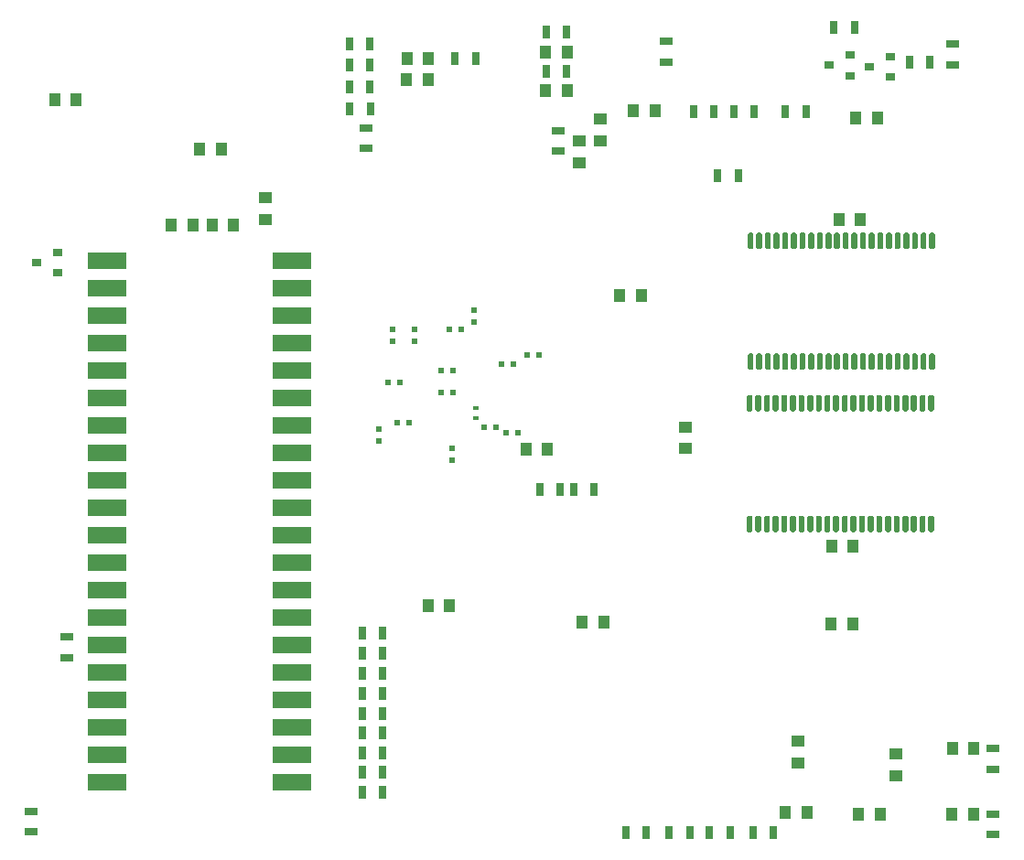
<source format=gbp>
%TF.GenerationSoftware,KiCad,Pcbnew,(5.1.10)-1*%
%TF.CreationDate,2021-08-17T18:14:56+01:00*%
%TF.ProjectId,blit-cpu-mk3,626c6974-2d63-4707-952d-6d6b332e6b69,3.03*%
%TF.SameCoordinates,Original*%
%TF.FileFunction,Paste,Bot*%
%TF.FilePolarity,Positive*%
%FSLAX46Y46*%
G04 Gerber Fmt 4.6, Leading zero omitted, Abs format (unit mm)*
G04 Created by KiCad (PCBNEW (5.1.10)-1) date 2021-08-17 18:14:56*
%MOMM*%
%LPD*%
G01*
G04 APERTURE LIST*
%ADD10R,3.600000X1.600000*%
%ADD11R,0.700000X1.300000*%
%ADD12R,1.300000X0.700000*%
%ADD13R,0.600000X0.400000*%
%ADD14R,1.000000X1.250000*%
%ADD15R,1.250000X1.000000*%
%ADD16R,0.900000X0.800000*%
%ADD17R,0.600000X0.500000*%
%ADD18R,0.500000X0.600000*%
G04 APERTURE END LIST*
D10*
X54148000Y-45366000D03*
X37038000Y-93626000D03*
X54148000Y-47906000D03*
X37038000Y-91086000D03*
X54148000Y-50446000D03*
X37038000Y-88546000D03*
X54148000Y-52986000D03*
X37038000Y-86006000D03*
X54148000Y-55526000D03*
X37038000Y-83466000D03*
X54148000Y-58066000D03*
X37038000Y-80926000D03*
X54148000Y-60606000D03*
X37038000Y-78386000D03*
X54148000Y-63146000D03*
X37038000Y-75846000D03*
X54148000Y-65686000D03*
X37038000Y-73306000D03*
X54148000Y-68226000D03*
X37038000Y-70766000D03*
X54148000Y-70766000D03*
X37038000Y-68226000D03*
X54148000Y-73306000D03*
X37038000Y-65686000D03*
X54148000Y-75846000D03*
X37038000Y-63146000D03*
X54148000Y-78386000D03*
X37038000Y-60606000D03*
X54148000Y-80926000D03*
X37038000Y-58066000D03*
X54148000Y-83466000D03*
X37038000Y-55526000D03*
X54148000Y-86006000D03*
X37038000Y-52986000D03*
X54148000Y-88546000D03*
X37038000Y-50446000D03*
X54148000Y-91086000D03*
X37038000Y-47906000D03*
X54148000Y-93626000D03*
X37038000Y-45366000D03*
D11*
X77100000Y-66500000D03*
X79000000Y-66500000D03*
D12*
X30050000Y-98200000D03*
X30050000Y-96300000D03*
X33350000Y-80150000D03*
X33350000Y-82050000D03*
D11*
X82100000Y-66500000D03*
X80200000Y-66500000D03*
D13*
X71200000Y-59900000D03*
X71200000Y-59000000D03*
D14*
X83000000Y-78750000D03*
X81000000Y-78750000D03*
D12*
X119000000Y-98450000D03*
X119000000Y-96550000D03*
X119000000Y-92400000D03*
X119000000Y-90500000D03*
D11*
X95450000Y-37500000D03*
X93550000Y-37500000D03*
X93200000Y-31500000D03*
X91300000Y-31500000D03*
X59475000Y-25250000D03*
X61375000Y-25250000D03*
X71150000Y-26600000D03*
X69250000Y-26600000D03*
X59475000Y-27250000D03*
X61375000Y-27250000D03*
X59475000Y-29250000D03*
X61375000Y-29250000D03*
X61400000Y-31250000D03*
X59500000Y-31250000D03*
D12*
X61050000Y-33050000D03*
X61050000Y-34950000D03*
D11*
X79550000Y-27800000D03*
X77650000Y-27800000D03*
X79549500Y-24200000D03*
X77649500Y-24200000D03*
D12*
X78750000Y-35200000D03*
X78750000Y-33300000D03*
D11*
X106200000Y-23750000D03*
X104300000Y-23750000D03*
D12*
X115250000Y-27200000D03*
X115250000Y-25300000D03*
D11*
X113200000Y-27000000D03*
X111300000Y-27000000D03*
D12*
X88750000Y-26950000D03*
X88750000Y-25050000D03*
D11*
X95050000Y-31500000D03*
X96950000Y-31500000D03*
X101700000Y-31500000D03*
X99800000Y-31500000D03*
X96800000Y-98250000D03*
X98700000Y-98250000D03*
X92800000Y-98250000D03*
X94700000Y-98250000D03*
X89050000Y-98250000D03*
X90950000Y-98250000D03*
X85050000Y-98250000D03*
X86950000Y-98250000D03*
X60648600Y-79825800D03*
X62548600Y-79825800D03*
X60648600Y-81680000D03*
X62548600Y-81680000D03*
X60648600Y-83534200D03*
X62548600Y-83534200D03*
X60648600Y-85388400D03*
X62548600Y-85388400D03*
X60648600Y-87217200D03*
X62548600Y-87217200D03*
X60648600Y-89046000D03*
X62548600Y-89046000D03*
X60648600Y-90874800D03*
X62548600Y-90874800D03*
X60648600Y-92703600D03*
X62548600Y-92703600D03*
X60674000Y-94532400D03*
X62574000Y-94532400D03*
D15*
X101000000Y-89800000D03*
X101000000Y-91800000D03*
D14*
X108600000Y-96600000D03*
X106600000Y-96600000D03*
X117200000Y-96600000D03*
X115200000Y-96600000D03*
X117250000Y-90500000D03*
X115250000Y-90500000D03*
X68750000Y-77250000D03*
X66750000Y-77250000D03*
X86500000Y-48570000D03*
X84500000Y-48570000D03*
X99800000Y-96400000D03*
X101800000Y-96400000D03*
D15*
X110000000Y-93000000D03*
X110000000Y-91000000D03*
X82670000Y-32250000D03*
X82670000Y-34250000D03*
D14*
X87730000Y-31440000D03*
X85730000Y-31440000D03*
X64800000Y-26600000D03*
X66800000Y-26600000D03*
X79600000Y-29600000D03*
X77600000Y-29600000D03*
X79600000Y-26000000D03*
X77600000Y-26000000D03*
X45600000Y-34990000D03*
X47600000Y-34990000D03*
D15*
X51720000Y-39520000D03*
X51720000Y-41520000D03*
D14*
X43000000Y-42000000D03*
X45000000Y-42000000D03*
X48750000Y-42000000D03*
X46750000Y-42000000D03*
D15*
X80750000Y-36250000D03*
X80750000Y-34250000D03*
D14*
X104750000Y-41500000D03*
X106750000Y-41500000D03*
X106070000Y-71750000D03*
X104070000Y-71750000D03*
X104030000Y-78930000D03*
X106030000Y-78930000D03*
D15*
X90580000Y-62720000D03*
X90580000Y-60720000D03*
D14*
X75800000Y-62800000D03*
X77800000Y-62800000D03*
D16*
X32500000Y-44550000D03*
X32500000Y-46450000D03*
X30500000Y-45500000D03*
D17*
X67920000Y-57550000D03*
X69020000Y-57550000D03*
X69060000Y-55460000D03*
X67960000Y-55460000D03*
G36*
G01*
X96452500Y-42750000D02*
X96727500Y-42750000D01*
G75*
G02*
X96865000Y-42887500I0J-137500D01*
G01*
X96865000Y-44137500D01*
G75*
G02*
X96727500Y-44275000I-137500J0D01*
G01*
X96452500Y-44275000D01*
G75*
G02*
X96315000Y-44137500I0J137500D01*
G01*
X96315000Y-42887500D01*
G75*
G02*
X96452500Y-42750000I137500J0D01*
G01*
G37*
G36*
G01*
X97252500Y-42750000D02*
X97527500Y-42750000D01*
G75*
G02*
X97665000Y-42887500I0J-137500D01*
G01*
X97665000Y-44137500D01*
G75*
G02*
X97527500Y-44275000I-137500J0D01*
G01*
X97252500Y-44275000D01*
G75*
G02*
X97115000Y-44137500I0J137500D01*
G01*
X97115000Y-42887500D01*
G75*
G02*
X97252500Y-42750000I137500J0D01*
G01*
G37*
G36*
G01*
X98052500Y-42750000D02*
X98327500Y-42750000D01*
G75*
G02*
X98465000Y-42887500I0J-137500D01*
G01*
X98465000Y-44137500D01*
G75*
G02*
X98327500Y-44275000I-137500J0D01*
G01*
X98052500Y-44275000D01*
G75*
G02*
X97915000Y-44137500I0J137500D01*
G01*
X97915000Y-42887500D01*
G75*
G02*
X98052500Y-42750000I137500J0D01*
G01*
G37*
G36*
G01*
X98852500Y-42750000D02*
X99127500Y-42750000D01*
G75*
G02*
X99265000Y-42887500I0J-137500D01*
G01*
X99265000Y-44137500D01*
G75*
G02*
X99127500Y-44275000I-137500J0D01*
G01*
X98852500Y-44275000D01*
G75*
G02*
X98715000Y-44137500I0J137500D01*
G01*
X98715000Y-42887500D01*
G75*
G02*
X98852500Y-42750000I137500J0D01*
G01*
G37*
G36*
G01*
X99652500Y-42750000D02*
X99927500Y-42750000D01*
G75*
G02*
X100065000Y-42887500I0J-137500D01*
G01*
X100065000Y-44137500D01*
G75*
G02*
X99927500Y-44275000I-137500J0D01*
G01*
X99652500Y-44275000D01*
G75*
G02*
X99515000Y-44137500I0J137500D01*
G01*
X99515000Y-42887500D01*
G75*
G02*
X99652500Y-42750000I137500J0D01*
G01*
G37*
G36*
G01*
X100452500Y-42750000D02*
X100727500Y-42750000D01*
G75*
G02*
X100865000Y-42887500I0J-137500D01*
G01*
X100865000Y-44137500D01*
G75*
G02*
X100727500Y-44275000I-137500J0D01*
G01*
X100452500Y-44275000D01*
G75*
G02*
X100315000Y-44137500I0J137500D01*
G01*
X100315000Y-42887500D01*
G75*
G02*
X100452500Y-42750000I137500J0D01*
G01*
G37*
G36*
G01*
X101252500Y-42750000D02*
X101527500Y-42750000D01*
G75*
G02*
X101665000Y-42887500I0J-137500D01*
G01*
X101665000Y-44137500D01*
G75*
G02*
X101527500Y-44275000I-137500J0D01*
G01*
X101252500Y-44275000D01*
G75*
G02*
X101115000Y-44137500I0J137500D01*
G01*
X101115000Y-42887500D01*
G75*
G02*
X101252500Y-42750000I137500J0D01*
G01*
G37*
G36*
G01*
X102052500Y-42750000D02*
X102327500Y-42750000D01*
G75*
G02*
X102465000Y-42887500I0J-137500D01*
G01*
X102465000Y-44137500D01*
G75*
G02*
X102327500Y-44275000I-137500J0D01*
G01*
X102052500Y-44275000D01*
G75*
G02*
X101915000Y-44137500I0J137500D01*
G01*
X101915000Y-42887500D01*
G75*
G02*
X102052500Y-42750000I137500J0D01*
G01*
G37*
G36*
G01*
X102852500Y-42750000D02*
X103127500Y-42750000D01*
G75*
G02*
X103265000Y-42887500I0J-137500D01*
G01*
X103265000Y-44137500D01*
G75*
G02*
X103127500Y-44275000I-137500J0D01*
G01*
X102852500Y-44275000D01*
G75*
G02*
X102715000Y-44137500I0J137500D01*
G01*
X102715000Y-42887500D01*
G75*
G02*
X102852500Y-42750000I137500J0D01*
G01*
G37*
G36*
G01*
X103652500Y-42750000D02*
X103927500Y-42750000D01*
G75*
G02*
X104065000Y-42887500I0J-137500D01*
G01*
X104065000Y-44137500D01*
G75*
G02*
X103927500Y-44275000I-137500J0D01*
G01*
X103652500Y-44275000D01*
G75*
G02*
X103515000Y-44137500I0J137500D01*
G01*
X103515000Y-42887500D01*
G75*
G02*
X103652500Y-42750000I137500J0D01*
G01*
G37*
G36*
G01*
X104452500Y-42750000D02*
X104727500Y-42750000D01*
G75*
G02*
X104865000Y-42887500I0J-137500D01*
G01*
X104865000Y-44137500D01*
G75*
G02*
X104727500Y-44275000I-137500J0D01*
G01*
X104452500Y-44275000D01*
G75*
G02*
X104315000Y-44137500I0J137500D01*
G01*
X104315000Y-42887500D01*
G75*
G02*
X104452500Y-42750000I137500J0D01*
G01*
G37*
G36*
G01*
X105252500Y-42750000D02*
X105527500Y-42750000D01*
G75*
G02*
X105665000Y-42887500I0J-137500D01*
G01*
X105665000Y-44137500D01*
G75*
G02*
X105527500Y-44275000I-137500J0D01*
G01*
X105252500Y-44275000D01*
G75*
G02*
X105115000Y-44137500I0J137500D01*
G01*
X105115000Y-42887500D01*
G75*
G02*
X105252500Y-42750000I137500J0D01*
G01*
G37*
G36*
G01*
X106052500Y-42750000D02*
X106327500Y-42750000D01*
G75*
G02*
X106465000Y-42887500I0J-137500D01*
G01*
X106465000Y-44137500D01*
G75*
G02*
X106327500Y-44275000I-137500J0D01*
G01*
X106052500Y-44275000D01*
G75*
G02*
X105915000Y-44137500I0J137500D01*
G01*
X105915000Y-42887500D01*
G75*
G02*
X106052500Y-42750000I137500J0D01*
G01*
G37*
G36*
G01*
X106852500Y-42750000D02*
X107127500Y-42750000D01*
G75*
G02*
X107265000Y-42887500I0J-137500D01*
G01*
X107265000Y-44137500D01*
G75*
G02*
X107127500Y-44275000I-137500J0D01*
G01*
X106852500Y-44275000D01*
G75*
G02*
X106715000Y-44137500I0J137500D01*
G01*
X106715000Y-42887500D01*
G75*
G02*
X106852500Y-42750000I137500J0D01*
G01*
G37*
G36*
G01*
X107652500Y-42750000D02*
X107927500Y-42750000D01*
G75*
G02*
X108065000Y-42887500I0J-137500D01*
G01*
X108065000Y-44137500D01*
G75*
G02*
X107927500Y-44275000I-137500J0D01*
G01*
X107652500Y-44275000D01*
G75*
G02*
X107515000Y-44137500I0J137500D01*
G01*
X107515000Y-42887500D01*
G75*
G02*
X107652500Y-42750000I137500J0D01*
G01*
G37*
G36*
G01*
X108452500Y-42750000D02*
X108727500Y-42750000D01*
G75*
G02*
X108865000Y-42887500I0J-137500D01*
G01*
X108865000Y-44137500D01*
G75*
G02*
X108727500Y-44275000I-137500J0D01*
G01*
X108452500Y-44275000D01*
G75*
G02*
X108315000Y-44137500I0J137500D01*
G01*
X108315000Y-42887500D01*
G75*
G02*
X108452500Y-42750000I137500J0D01*
G01*
G37*
G36*
G01*
X109252500Y-42750000D02*
X109527500Y-42750000D01*
G75*
G02*
X109665000Y-42887500I0J-137500D01*
G01*
X109665000Y-44137500D01*
G75*
G02*
X109527500Y-44275000I-137500J0D01*
G01*
X109252500Y-44275000D01*
G75*
G02*
X109115000Y-44137500I0J137500D01*
G01*
X109115000Y-42887500D01*
G75*
G02*
X109252500Y-42750000I137500J0D01*
G01*
G37*
G36*
G01*
X110052500Y-42750000D02*
X110327500Y-42750000D01*
G75*
G02*
X110465000Y-42887500I0J-137500D01*
G01*
X110465000Y-44137500D01*
G75*
G02*
X110327500Y-44275000I-137500J0D01*
G01*
X110052500Y-44275000D01*
G75*
G02*
X109915000Y-44137500I0J137500D01*
G01*
X109915000Y-42887500D01*
G75*
G02*
X110052500Y-42750000I137500J0D01*
G01*
G37*
G36*
G01*
X110852500Y-42750000D02*
X111127500Y-42750000D01*
G75*
G02*
X111265000Y-42887500I0J-137500D01*
G01*
X111265000Y-44137500D01*
G75*
G02*
X111127500Y-44275000I-137500J0D01*
G01*
X110852500Y-44275000D01*
G75*
G02*
X110715000Y-44137500I0J137500D01*
G01*
X110715000Y-42887500D01*
G75*
G02*
X110852500Y-42750000I137500J0D01*
G01*
G37*
G36*
G01*
X111652500Y-42750000D02*
X111927500Y-42750000D01*
G75*
G02*
X112065000Y-42887500I0J-137500D01*
G01*
X112065000Y-44137500D01*
G75*
G02*
X111927500Y-44275000I-137500J0D01*
G01*
X111652500Y-44275000D01*
G75*
G02*
X111515000Y-44137500I0J137500D01*
G01*
X111515000Y-42887500D01*
G75*
G02*
X111652500Y-42750000I137500J0D01*
G01*
G37*
G36*
G01*
X112452500Y-42750000D02*
X112727500Y-42750000D01*
G75*
G02*
X112865000Y-42887500I0J-137500D01*
G01*
X112865000Y-44137500D01*
G75*
G02*
X112727500Y-44275000I-137500J0D01*
G01*
X112452500Y-44275000D01*
G75*
G02*
X112315000Y-44137500I0J137500D01*
G01*
X112315000Y-42887500D01*
G75*
G02*
X112452500Y-42750000I137500J0D01*
G01*
G37*
G36*
G01*
X113252500Y-42750000D02*
X113527500Y-42750000D01*
G75*
G02*
X113665000Y-42887500I0J-137500D01*
G01*
X113665000Y-44137500D01*
G75*
G02*
X113527500Y-44275000I-137500J0D01*
G01*
X113252500Y-44275000D01*
G75*
G02*
X113115000Y-44137500I0J137500D01*
G01*
X113115000Y-42887500D01*
G75*
G02*
X113252500Y-42750000I137500J0D01*
G01*
G37*
G36*
G01*
X113252500Y-53925000D02*
X113527500Y-53925000D01*
G75*
G02*
X113665000Y-54062500I0J-137500D01*
G01*
X113665000Y-55312500D01*
G75*
G02*
X113527500Y-55450000I-137500J0D01*
G01*
X113252500Y-55450000D01*
G75*
G02*
X113115000Y-55312500I0J137500D01*
G01*
X113115000Y-54062500D01*
G75*
G02*
X113252500Y-53925000I137500J0D01*
G01*
G37*
G36*
G01*
X112452500Y-53925000D02*
X112727500Y-53925000D01*
G75*
G02*
X112865000Y-54062500I0J-137500D01*
G01*
X112865000Y-55312500D01*
G75*
G02*
X112727500Y-55450000I-137500J0D01*
G01*
X112452500Y-55450000D01*
G75*
G02*
X112315000Y-55312500I0J137500D01*
G01*
X112315000Y-54062500D01*
G75*
G02*
X112452500Y-53925000I137500J0D01*
G01*
G37*
G36*
G01*
X111652500Y-53925000D02*
X111927500Y-53925000D01*
G75*
G02*
X112065000Y-54062500I0J-137500D01*
G01*
X112065000Y-55312500D01*
G75*
G02*
X111927500Y-55450000I-137500J0D01*
G01*
X111652500Y-55450000D01*
G75*
G02*
X111515000Y-55312500I0J137500D01*
G01*
X111515000Y-54062500D01*
G75*
G02*
X111652500Y-53925000I137500J0D01*
G01*
G37*
G36*
G01*
X110852500Y-53925000D02*
X111127500Y-53925000D01*
G75*
G02*
X111265000Y-54062500I0J-137500D01*
G01*
X111265000Y-55312500D01*
G75*
G02*
X111127500Y-55450000I-137500J0D01*
G01*
X110852500Y-55450000D01*
G75*
G02*
X110715000Y-55312500I0J137500D01*
G01*
X110715000Y-54062500D01*
G75*
G02*
X110852500Y-53925000I137500J0D01*
G01*
G37*
G36*
G01*
X110052500Y-53925000D02*
X110327500Y-53925000D01*
G75*
G02*
X110465000Y-54062500I0J-137500D01*
G01*
X110465000Y-55312500D01*
G75*
G02*
X110327500Y-55450000I-137500J0D01*
G01*
X110052500Y-55450000D01*
G75*
G02*
X109915000Y-55312500I0J137500D01*
G01*
X109915000Y-54062500D01*
G75*
G02*
X110052500Y-53925000I137500J0D01*
G01*
G37*
G36*
G01*
X109252500Y-53925000D02*
X109527500Y-53925000D01*
G75*
G02*
X109665000Y-54062500I0J-137500D01*
G01*
X109665000Y-55312500D01*
G75*
G02*
X109527500Y-55450000I-137500J0D01*
G01*
X109252500Y-55450000D01*
G75*
G02*
X109115000Y-55312500I0J137500D01*
G01*
X109115000Y-54062500D01*
G75*
G02*
X109252500Y-53925000I137500J0D01*
G01*
G37*
G36*
G01*
X108452500Y-53925000D02*
X108727500Y-53925000D01*
G75*
G02*
X108865000Y-54062500I0J-137500D01*
G01*
X108865000Y-55312500D01*
G75*
G02*
X108727500Y-55450000I-137500J0D01*
G01*
X108452500Y-55450000D01*
G75*
G02*
X108315000Y-55312500I0J137500D01*
G01*
X108315000Y-54062500D01*
G75*
G02*
X108452500Y-53925000I137500J0D01*
G01*
G37*
G36*
G01*
X107652500Y-53925000D02*
X107927500Y-53925000D01*
G75*
G02*
X108065000Y-54062500I0J-137500D01*
G01*
X108065000Y-55312500D01*
G75*
G02*
X107927500Y-55450000I-137500J0D01*
G01*
X107652500Y-55450000D01*
G75*
G02*
X107515000Y-55312500I0J137500D01*
G01*
X107515000Y-54062500D01*
G75*
G02*
X107652500Y-53925000I137500J0D01*
G01*
G37*
G36*
G01*
X106852500Y-53925000D02*
X107127500Y-53925000D01*
G75*
G02*
X107265000Y-54062500I0J-137500D01*
G01*
X107265000Y-55312500D01*
G75*
G02*
X107127500Y-55450000I-137500J0D01*
G01*
X106852500Y-55450000D01*
G75*
G02*
X106715000Y-55312500I0J137500D01*
G01*
X106715000Y-54062500D01*
G75*
G02*
X106852500Y-53925000I137500J0D01*
G01*
G37*
G36*
G01*
X106052500Y-53925000D02*
X106327500Y-53925000D01*
G75*
G02*
X106465000Y-54062500I0J-137500D01*
G01*
X106465000Y-55312500D01*
G75*
G02*
X106327500Y-55450000I-137500J0D01*
G01*
X106052500Y-55450000D01*
G75*
G02*
X105915000Y-55312500I0J137500D01*
G01*
X105915000Y-54062500D01*
G75*
G02*
X106052500Y-53925000I137500J0D01*
G01*
G37*
G36*
G01*
X105252500Y-53925000D02*
X105527500Y-53925000D01*
G75*
G02*
X105665000Y-54062500I0J-137500D01*
G01*
X105665000Y-55312500D01*
G75*
G02*
X105527500Y-55450000I-137500J0D01*
G01*
X105252500Y-55450000D01*
G75*
G02*
X105115000Y-55312500I0J137500D01*
G01*
X105115000Y-54062500D01*
G75*
G02*
X105252500Y-53925000I137500J0D01*
G01*
G37*
G36*
G01*
X104452500Y-53925000D02*
X104727500Y-53925000D01*
G75*
G02*
X104865000Y-54062500I0J-137500D01*
G01*
X104865000Y-55312500D01*
G75*
G02*
X104727500Y-55450000I-137500J0D01*
G01*
X104452500Y-55450000D01*
G75*
G02*
X104315000Y-55312500I0J137500D01*
G01*
X104315000Y-54062500D01*
G75*
G02*
X104452500Y-53925000I137500J0D01*
G01*
G37*
G36*
G01*
X103652500Y-53925000D02*
X103927500Y-53925000D01*
G75*
G02*
X104065000Y-54062500I0J-137500D01*
G01*
X104065000Y-55312500D01*
G75*
G02*
X103927500Y-55450000I-137500J0D01*
G01*
X103652500Y-55450000D01*
G75*
G02*
X103515000Y-55312500I0J137500D01*
G01*
X103515000Y-54062500D01*
G75*
G02*
X103652500Y-53925000I137500J0D01*
G01*
G37*
G36*
G01*
X102852500Y-53925000D02*
X103127500Y-53925000D01*
G75*
G02*
X103265000Y-54062500I0J-137500D01*
G01*
X103265000Y-55312500D01*
G75*
G02*
X103127500Y-55450000I-137500J0D01*
G01*
X102852500Y-55450000D01*
G75*
G02*
X102715000Y-55312500I0J137500D01*
G01*
X102715000Y-54062500D01*
G75*
G02*
X102852500Y-53925000I137500J0D01*
G01*
G37*
G36*
G01*
X102052500Y-53925000D02*
X102327500Y-53925000D01*
G75*
G02*
X102465000Y-54062500I0J-137500D01*
G01*
X102465000Y-55312500D01*
G75*
G02*
X102327500Y-55450000I-137500J0D01*
G01*
X102052500Y-55450000D01*
G75*
G02*
X101915000Y-55312500I0J137500D01*
G01*
X101915000Y-54062500D01*
G75*
G02*
X102052500Y-53925000I137500J0D01*
G01*
G37*
G36*
G01*
X101252500Y-53925000D02*
X101527500Y-53925000D01*
G75*
G02*
X101665000Y-54062500I0J-137500D01*
G01*
X101665000Y-55312500D01*
G75*
G02*
X101527500Y-55450000I-137500J0D01*
G01*
X101252500Y-55450000D01*
G75*
G02*
X101115000Y-55312500I0J137500D01*
G01*
X101115000Y-54062500D01*
G75*
G02*
X101252500Y-53925000I137500J0D01*
G01*
G37*
G36*
G01*
X100452500Y-53925000D02*
X100727500Y-53925000D01*
G75*
G02*
X100865000Y-54062500I0J-137500D01*
G01*
X100865000Y-55312500D01*
G75*
G02*
X100727500Y-55450000I-137500J0D01*
G01*
X100452500Y-55450000D01*
G75*
G02*
X100315000Y-55312500I0J137500D01*
G01*
X100315000Y-54062500D01*
G75*
G02*
X100452500Y-53925000I137500J0D01*
G01*
G37*
G36*
G01*
X99652500Y-53925000D02*
X99927500Y-53925000D01*
G75*
G02*
X100065000Y-54062500I0J-137500D01*
G01*
X100065000Y-55312500D01*
G75*
G02*
X99927500Y-55450000I-137500J0D01*
G01*
X99652500Y-55450000D01*
G75*
G02*
X99515000Y-55312500I0J137500D01*
G01*
X99515000Y-54062500D01*
G75*
G02*
X99652500Y-53925000I137500J0D01*
G01*
G37*
G36*
G01*
X98852500Y-53925000D02*
X99127500Y-53925000D01*
G75*
G02*
X99265000Y-54062500I0J-137500D01*
G01*
X99265000Y-55312500D01*
G75*
G02*
X99127500Y-55450000I-137500J0D01*
G01*
X98852500Y-55450000D01*
G75*
G02*
X98715000Y-55312500I0J137500D01*
G01*
X98715000Y-54062500D01*
G75*
G02*
X98852500Y-53925000I137500J0D01*
G01*
G37*
G36*
G01*
X98052500Y-53925000D02*
X98327500Y-53925000D01*
G75*
G02*
X98465000Y-54062500I0J-137500D01*
G01*
X98465000Y-55312500D01*
G75*
G02*
X98327500Y-55450000I-137500J0D01*
G01*
X98052500Y-55450000D01*
G75*
G02*
X97915000Y-55312500I0J137500D01*
G01*
X97915000Y-54062500D01*
G75*
G02*
X98052500Y-53925000I137500J0D01*
G01*
G37*
G36*
G01*
X97252500Y-53925000D02*
X97527500Y-53925000D01*
G75*
G02*
X97665000Y-54062500I0J-137500D01*
G01*
X97665000Y-55312500D01*
G75*
G02*
X97527500Y-55450000I-137500J0D01*
G01*
X97252500Y-55450000D01*
G75*
G02*
X97115000Y-55312500I0J137500D01*
G01*
X97115000Y-54062500D01*
G75*
G02*
X97252500Y-53925000I137500J0D01*
G01*
G37*
G36*
G01*
X96452500Y-53925000D02*
X96727500Y-53925000D01*
G75*
G02*
X96865000Y-54062500I0J-137500D01*
G01*
X96865000Y-55312500D01*
G75*
G02*
X96727500Y-55450000I-137500J0D01*
G01*
X96452500Y-55450000D01*
G75*
G02*
X96315000Y-55312500I0J137500D01*
G01*
X96315000Y-54062500D01*
G75*
G02*
X96452500Y-53925000I137500J0D01*
G01*
G37*
G36*
G01*
X96362500Y-57750000D02*
X96637500Y-57750000D01*
G75*
G02*
X96775000Y-57887500I0J-137500D01*
G01*
X96775000Y-59137500D01*
G75*
G02*
X96637500Y-59275000I-137500J0D01*
G01*
X96362500Y-59275000D01*
G75*
G02*
X96225000Y-59137500I0J137500D01*
G01*
X96225000Y-57887500D01*
G75*
G02*
X96362500Y-57750000I137500J0D01*
G01*
G37*
G36*
G01*
X97162500Y-57750000D02*
X97437500Y-57750000D01*
G75*
G02*
X97575000Y-57887500I0J-137500D01*
G01*
X97575000Y-59137500D01*
G75*
G02*
X97437500Y-59275000I-137500J0D01*
G01*
X97162500Y-59275000D01*
G75*
G02*
X97025000Y-59137500I0J137500D01*
G01*
X97025000Y-57887500D01*
G75*
G02*
X97162500Y-57750000I137500J0D01*
G01*
G37*
G36*
G01*
X97962500Y-57750000D02*
X98237500Y-57750000D01*
G75*
G02*
X98375000Y-57887500I0J-137500D01*
G01*
X98375000Y-59137500D01*
G75*
G02*
X98237500Y-59275000I-137500J0D01*
G01*
X97962500Y-59275000D01*
G75*
G02*
X97825000Y-59137500I0J137500D01*
G01*
X97825000Y-57887500D01*
G75*
G02*
X97962500Y-57750000I137500J0D01*
G01*
G37*
G36*
G01*
X98762500Y-57750000D02*
X99037500Y-57750000D01*
G75*
G02*
X99175000Y-57887500I0J-137500D01*
G01*
X99175000Y-59137500D01*
G75*
G02*
X99037500Y-59275000I-137500J0D01*
G01*
X98762500Y-59275000D01*
G75*
G02*
X98625000Y-59137500I0J137500D01*
G01*
X98625000Y-57887500D01*
G75*
G02*
X98762500Y-57750000I137500J0D01*
G01*
G37*
G36*
G01*
X99562500Y-57750000D02*
X99837500Y-57750000D01*
G75*
G02*
X99975000Y-57887500I0J-137500D01*
G01*
X99975000Y-59137500D01*
G75*
G02*
X99837500Y-59275000I-137500J0D01*
G01*
X99562500Y-59275000D01*
G75*
G02*
X99425000Y-59137500I0J137500D01*
G01*
X99425000Y-57887500D01*
G75*
G02*
X99562500Y-57750000I137500J0D01*
G01*
G37*
G36*
G01*
X100362500Y-57750000D02*
X100637500Y-57750000D01*
G75*
G02*
X100775000Y-57887500I0J-137500D01*
G01*
X100775000Y-59137500D01*
G75*
G02*
X100637500Y-59275000I-137500J0D01*
G01*
X100362500Y-59275000D01*
G75*
G02*
X100225000Y-59137500I0J137500D01*
G01*
X100225000Y-57887500D01*
G75*
G02*
X100362500Y-57750000I137500J0D01*
G01*
G37*
G36*
G01*
X101162500Y-57750000D02*
X101437500Y-57750000D01*
G75*
G02*
X101575000Y-57887500I0J-137500D01*
G01*
X101575000Y-59137500D01*
G75*
G02*
X101437500Y-59275000I-137500J0D01*
G01*
X101162500Y-59275000D01*
G75*
G02*
X101025000Y-59137500I0J137500D01*
G01*
X101025000Y-57887500D01*
G75*
G02*
X101162500Y-57750000I137500J0D01*
G01*
G37*
G36*
G01*
X101962500Y-57750000D02*
X102237500Y-57750000D01*
G75*
G02*
X102375000Y-57887500I0J-137500D01*
G01*
X102375000Y-59137500D01*
G75*
G02*
X102237500Y-59275000I-137500J0D01*
G01*
X101962500Y-59275000D01*
G75*
G02*
X101825000Y-59137500I0J137500D01*
G01*
X101825000Y-57887500D01*
G75*
G02*
X101962500Y-57750000I137500J0D01*
G01*
G37*
G36*
G01*
X102762500Y-57750000D02*
X103037500Y-57750000D01*
G75*
G02*
X103175000Y-57887500I0J-137500D01*
G01*
X103175000Y-59137500D01*
G75*
G02*
X103037500Y-59275000I-137500J0D01*
G01*
X102762500Y-59275000D01*
G75*
G02*
X102625000Y-59137500I0J137500D01*
G01*
X102625000Y-57887500D01*
G75*
G02*
X102762500Y-57750000I137500J0D01*
G01*
G37*
G36*
G01*
X103562500Y-57750000D02*
X103837500Y-57750000D01*
G75*
G02*
X103975000Y-57887500I0J-137500D01*
G01*
X103975000Y-59137500D01*
G75*
G02*
X103837500Y-59275000I-137500J0D01*
G01*
X103562500Y-59275000D01*
G75*
G02*
X103425000Y-59137500I0J137500D01*
G01*
X103425000Y-57887500D01*
G75*
G02*
X103562500Y-57750000I137500J0D01*
G01*
G37*
G36*
G01*
X104362500Y-57750000D02*
X104637500Y-57750000D01*
G75*
G02*
X104775000Y-57887500I0J-137500D01*
G01*
X104775000Y-59137500D01*
G75*
G02*
X104637500Y-59275000I-137500J0D01*
G01*
X104362500Y-59275000D01*
G75*
G02*
X104225000Y-59137500I0J137500D01*
G01*
X104225000Y-57887500D01*
G75*
G02*
X104362500Y-57750000I137500J0D01*
G01*
G37*
G36*
G01*
X105162500Y-57750000D02*
X105437500Y-57750000D01*
G75*
G02*
X105575000Y-57887500I0J-137500D01*
G01*
X105575000Y-59137500D01*
G75*
G02*
X105437500Y-59275000I-137500J0D01*
G01*
X105162500Y-59275000D01*
G75*
G02*
X105025000Y-59137500I0J137500D01*
G01*
X105025000Y-57887500D01*
G75*
G02*
X105162500Y-57750000I137500J0D01*
G01*
G37*
G36*
G01*
X105962500Y-57750000D02*
X106237500Y-57750000D01*
G75*
G02*
X106375000Y-57887500I0J-137500D01*
G01*
X106375000Y-59137500D01*
G75*
G02*
X106237500Y-59275000I-137500J0D01*
G01*
X105962500Y-59275000D01*
G75*
G02*
X105825000Y-59137500I0J137500D01*
G01*
X105825000Y-57887500D01*
G75*
G02*
X105962500Y-57750000I137500J0D01*
G01*
G37*
G36*
G01*
X106762500Y-57750000D02*
X107037500Y-57750000D01*
G75*
G02*
X107175000Y-57887500I0J-137500D01*
G01*
X107175000Y-59137500D01*
G75*
G02*
X107037500Y-59275000I-137500J0D01*
G01*
X106762500Y-59275000D01*
G75*
G02*
X106625000Y-59137500I0J137500D01*
G01*
X106625000Y-57887500D01*
G75*
G02*
X106762500Y-57750000I137500J0D01*
G01*
G37*
G36*
G01*
X107562500Y-57750000D02*
X107837500Y-57750000D01*
G75*
G02*
X107975000Y-57887500I0J-137500D01*
G01*
X107975000Y-59137500D01*
G75*
G02*
X107837500Y-59275000I-137500J0D01*
G01*
X107562500Y-59275000D01*
G75*
G02*
X107425000Y-59137500I0J137500D01*
G01*
X107425000Y-57887500D01*
G75*
G02*
X107562500Y-57750000I137500J0D01*
G01*
G37*
G36*
G01*
X108362500Y-57750000D02*
X108637500Y-57750000D01*
G75*
G02*
X108775000Y-57887500I0J-137500D01*
G01*
X108775000Y-59137500D01*
G75*
G02*
X108637500Y-59275000I-137500J0D01*
G01*
X108362500Y-59275000D01*
G75*
G02*
X108225000Y-59137500I0J137500D01*
G01*
X108225000Y-57887500D01*
G75*
G02*
X108362500Y-57750000I137500J0D01*
G01*
G37*
G36*
G01*
X109162500Y-57750000D02*
X109437500Y-57750000D01*
G75*
G02*
X109575000Y-57887500I0J-137500D01*
G01*
X109575000Y-59137500D01*
G75*
G02*
X109437500Y-59275000I-137500J0D01*
G01*
X109162500Y-59275000D01*
G75*
G02*
X109025000Y-59137500I0J137500D01*
G01*
X109025000Y-57887500D01*
G75*
G02*
X109162500Y-57750000I137500J0D01*
G01*
G37*
G36*
G01*
X109962500Y-57750000D02*
X110237500Y-57750000D01*
G75*
G02*
X110375000Y-57887500I0J-137500D01*
G01*
X110375000Y-59137500D01*
G75*
G02*
X110237500Y-59275000I-137500J0D01*
G01*
X109962500Y-59275000D01*
G75*
G02*
X109825000Y-59137500I0J137500D01*
G01*
X109825000Y-57887500D01*
G75*
G02*
X109962500Y-57750000I137500J0D01*
G01*
G37*
G36*
G01*
X110762500Y-57750000D02*
X111037500Y-57750000D01*
G75*
G02*
X111175000Y-57887500I0J-137500D01*
G01*
X111175000Y-59137500D01*
G75*
G02*
X111037500Y-59275000I-137500J0D01*
G01*
X110762500Y-59275000D01*
G75*
G02*
X110625000Y-59137500I0J137500D01*
G01*
X110625000Y-57887500D01*
G75*
G02*
X110762500Y-57750000I137500J0D01*
G01*
G37*
G36*
G01*
X111562500Y-57750000D02*
X111837500Y-57750000D01*
G75*
G02*
X111975000Y-57887500I0J-137500D01*
G01*
X111975000Y-59137500D01*
G75*
G02*
X111837500Y-59275000I-137500J0D01*
G01*
X111562500Y-59275000D01*
G75*
G02*
X111425000Y-59137500I0J137500D01*
G01*
X111425000Y-57887500D01*
G75*
G02*
X111562500Y-57750000I137500J0D01*
G01*
G37*
G36*
G01*
X112362500Y-57750000D02*
X112637500Y-57750000D01*
G75*
G02*
X112775000Y-57887500I0J-137500D01*
G01*
X112775000Y-59137500D01*
G75*
G02*
X112637500Y-59275000I-137500J0D01*
G01*
X112362500Y-59275000D01*
G75*
G02*
X112225000Y-59137500I0J137500D01*
G01*
X112225000Y-57887500D01*
G75*
G02*
X112362500Y-57750000I137500J0D01*
G01*
G37*
G36*
G01*
X113162500Y-57750000D02*
X113437500Y-57750000D01*
G75*
G02*
X113575000Y-57887500I0J-137500D01*
G01*
X113575000Y-59137500D01*
G75*
G02*
X113437500Y-59275000I-137500J0D01*
G01*
X113162500Y-59275000D01*
G75*
G02*
X113025000Y-59137500I0J137500D01*
G01*
X113025000Y-57887500D01*
G75*
G02*
X113162500Y-57750000I137500J0D01*
G01*
G37*
G36*
G01*
X113162500Y-68925000D02*
X113437500Y-68925000D01*
G75*
G02*
X113575000Y-69062500I0J-137500D01*
G01*
X113575000Y-70312500D01*
G75*
G02*
X113437500Y-70450000I-137500J0D01*
G01*
X113162500Y-70450000D01*
G75*
G02*
X113025000Y-70312500I0J137500D01*
G01*
X113025000Y-69062500D01*
G75*
G02*
X113162500Y-68925000I137500J0D01*
G01*
G37*
G36*
G01*
X112362500Y-68925000D02*
X112637500Y-68925000D01*
G75*
G02*
X112775000Y-69062500I0J-137500D01*
G01*
X112775000Y-70312500D01*
G75*
G02*
X112637500Y-70450000I-137500J0D01*
G01*
X112362500Y-70450000D01*
G75*
G02*
X112225000Y-70312500I0J137500D01*
G01*
X112225000Y-69062500D01*
G75*
G02*
X112362500Y-68925000I137500J0D01*
G01*
G37*
G36*
G01*
X111562500Y-68925000D02*
X111837500Y-68925000D01*
G75*
G02*
X111975000Y-69062500I0J-137500D01*
G01*
X111975000Y-70312500D01*
G75*
G02*
X111837500Y-70450000I-137500J0D01*
G01*
X111562500Y-70450000D01*
G75*
G02*
X111425000Y-70312500I0J137500D01*
G01*
X111425000Y-69062500D01*
G75*
G02*
X111562500Y-68925000I137500J0D01*
G01*
G37*
G36*
G01*
X110762500Y-68925000D02*
X111037500Y-68925000D01*
G75*
G02*
X111175000Y-69062500I0J-137500D01*
G01*
X111175000Y-70312500D01*
G75*
G02*
X111037500Y-70450000I-137500J0D01*
G01*
X110762500Y-70450000D01*
G75*
G02*
X110625000Y-70312500I0J137500D01*
G01*
X110625000Y-69062500D01*
G75*
G02*
X110762500Y-68925000I137500J0D01*
G01*
G37*
G36*
G01*
X109962500Y-68925000D02*
X110237500Y-68925000D01*
G75*
G02*
X110375000Y-69062500I0J-137500D01*
G01*
X110375000Y-70312500D01*
G75*
G02*
X110237500Y-70450000I-137500J0D01*
G01*
X109962500Y-70450000D01*
G75*
G02*
X109825000Y-70312500I0J137500D01*
G01*
X109825000Y-69062500D01*
G75*
G02*
X109962500Y-68925000I137500J0D01*
G01*
G37*
G36*
G01*
X109162500Y-68925000D02*
X109437500Y-68925000D01*
G75*
G02*
X109575000Y-69062500I0J-137500D01*
G01*
X109575000Y-70312500D01*
G75*
G02*
X109437500Y-70450000I-137500J0D01*
G01*
X109162500Y-70450000D01*
G75*
G02*
X109025000Y-70312500I0J137500D01*
G01*
X109025000Y-69062500D01*
G75*
G02*
X109162500Y-68925000I137500J0D01*
G01*
G37*
G36*
G01*
X108362500Y-68925000D02*
X108637500Y-68925000D01*
G75*
G02*
X108775000Y-69062500I0J-137500D01*
G01*
X108775000Y-70312500D01*
G75*
G02*
X108637500Y-70450000I-137500J0D01*
G01*
X108362500Y-70450000D01*
G75*
G02*
X108225000Y-70312500I0J137500D01*
G01*
X108225000Y-69062500D01*
G75*
G02*
X108362500Y-68925000I137500J0D01*
G01*
G37*
G36*
G01*
X107562500Y-68925000D02*
X107837500Y-68925000D01*
G75*
G02*
X107975000Y-69062500I0J-137500D01*
G01*
X107975000Y-70312500D01*
G75*
G02*
X107837500Y-70450000I-137500J0D01*
G01*
X107562500Y-70450000D01*
G75*
G02*
X107425000Y-70312500I0J137500D01*
G01*
X107425000Y-69062500D01*
G75*
G02*
X107562500Y-68925000I137500J0D01*
G01*
G37*
G36*
G01*
X106762500Y-68925000D02*
X107037500Y-68925000D01*
G75*
G02*
X107175000Y-69062500I0J-137500D01*
G01*
X107175000Y-70312500D01*
G75*
G02*
X107037500Y-70450000I-137500J0D01*
G01*
X106762500Y-70450000D01*
G75*
G02*
X106625000Y-70312500I0J137500D01*
G01*
X106625000Y-69062500D01*
G75*
G02*
X106762500Y-68925000I137500J0D01*
G01*
G37*
G36*
G01*
X105962500Y-68925000D02*
X106237500Y-68925000D01*
G75*
G02*
X106375000Y-69062500I0J-137500D01*
G01*
X106375000Y-70312500D01*
G75*
G02*
X106237500Y-70450000I-137500J0D01*
G01*
X105962500Y-70450000D01*
G75*
G02*
X105825000Y-70312500I0J137500D01*
G01*
X105825000Y-69062500D01*
G75*
G02*
X105962500Y-68925000I137500J0D01*
G01*
G37*
G36*
G01*
X105162500Y-68925000D02*
X105437500Y-68925000D01*
G75*
G02*
X105575000Y-69062500I0J-137500D01*
G01*
X105575000Y-70312500D01*
G75*
G02*
X105437500Y-70450000I-137500J0D01*
G01*
X105162500Y-70450000D01*
G75*
G02*
X105025000Y-70312500I0J137500D01*
G01*
X105025000Y-69062500D01*
G75*
G02*
X105162500Y-68925000I137500J0D01*
G01*
G37*
G36*
G01*
X104362500Y-68925000D02*
X104637500Y-68925000D01*
G75*
G02*
X104775000Y-69062500I0J-137500D01*
G01*
X104775000Y-70312500D01*
G75*
G02*
X104637500Y-70450000I-137500J0D01*
G01*
X104362500Y-70450000D01*
G75*
G02*
X104225000Y-70312500I0J137500D01*
G01*
X104225000Y-69062500D01*
G75*
G02*
X104362500Y-68925000I137500J0D01*
G01*
G37*
G36*
G01*
X103562500Y-68925000D02*
X103837500Y-68925000D01*
G75*
G02*
X103975000Y-69062500I0J-137500D01*
G01*
X103975000Y-70312500D01*
G75*
G02*
X103837500Y-70450000I-137500J0D01*
G01*
X103562500Y-70450000D01*
G75*
G02*
X103425000Y-70312500I0J137500D01*
G01*
X103425000Y-69062500D01*
G75*
G02*
X103562500Y-68925000I137500J0D01*
G01*
G37*
G36*
G01*
X102762500Y-68925000D02*
X103037500Y-68925000D01*
G75*
G02*
X103175000Y-69062500I0J-137500D01*
G01*
X103175000Y-70312500D01*
G75*
G02*
X103037500Y-70450000I-137500J0D01*
G01*
X102762500Y-70450000D01*
G75*
G02*
X102625000Y-70312500I0J137500D01*
G01*
X102625000Y-69062500D01*
G75*
G02*
X102762500Y-68925000I137500J0D01*
G01*
G37*
G36*
G01*
X101962500Y-68925000D02*
X102237500Y-68925000D01*
G75*
G02*
X102375000Y-69062500I0J-137500D01*
G01*
X102375000Y-70312500D01*
G75*
G02*
X102237500Y-70450000I-137500J0D01*
G01*
X101962500Y-70450000D01*
G75*
G02*
X101825000Y-70312500I0J137500D01*
G01*
X101825000Y-69062500D01*
G75*
G02*
X101962500Y-68925000I137500J0D01*
G01*
G37*
G36*
G01*
X101162500Y-68925000D02*
X101437500Y-68925000D01*
G75*
G02*
X101575000Y-69062500I0J-137500D01*
G01*
X101575000Y-70312500D01*
G75*
G02*
X101437500Y-70450000I-137500J0D01*
G01*
X101162500Y-70450000D01*
G75*
G02*
X101025000Y-70312500I0J137500D01*
G01*
X101025000Y-69062500D01*
G75*
G02*
X101162500Y-68925000I137500J0D01*
G01*
G37*
G36*
G01*
X100362500Y-68925000D02*
X100637500Y-68925000D01*
G75*
G02*
X100775000Y-69062500I0J-137500D01*
G01*
X100775000Y-70312500D01*
G75*
G02*
X100637500Y-70450000I-137500J0D01*
G01*
X100362500Y-70450000D01*
G75*
G02*
X100225000Y-70312500I0J137500D01*
G01*
X100225000Y-69062500D01*
G75*
G02*
X100362500Y-68925000I137500J0D01*
G01*
G37*
G36*
G01*
X99562500Y-68925000D02*
X99837500Y-68925000D01*
G75*
G02*
X99975000Y-69062500I0J-137500D01*
G01*
X99975000Y-70312500D01*
G75*
G02*
X99837500Y-70450000I-137500J0D01*
G01*
X99562500Y-70450000D01*
G75*
G02*
X99425000Y-70312500I0J137500D01*
G01*
X99425000Y-69062500D01*
G75*
G02*
X99562500Y-68925000I137500J0D01*
G01*
G37*
G36*
G01*
X98762500Y-68925000D02*
X99037500Y-68925000D01*
G75*
G02*
X99175000Y-69062500I0J-137500D01*
G01*
X99175000Y-70312500D01*
G75*
G02*
X99037500Y-70450000I-137500J0D01*
G01*
X98762500Y-70450000D01*
G75*
G02*
X98625000Y-70312500I0J137500D01*
G01*
X98625000Y-69062500D01*
G75*
G02*
X98762500Y-68925000I137500J0D01*
G01*
G37*
G36*
G01*
X97962500Y-68925000D02*
X98237500Y-68925000D01*
G75*
G02*
X98375000Y-69062500I0J-137500D01*
G01*
X98375000Y-70312500D01*
G75*
G02*
X98237500Y-70450000I-137500J0D01*
G01*
X97962500Y-70450000D01*
G75*
G02*
X97825000Y-70312500I0J137500D01*
G01*
X97825000Y-69062500D01*
G75*
G02*
X97962500Y-68925000I137500J0D01*
G01*
G37*
G36*
G01*
X97162500Y-68925000D02*
X97437500Y-68925000D01*
G75*
G02*
X97575000Y-69062500I0J-137500D01*
G01*
X97575000Y-70312500D01*
G75*
G02*
X97437500Y-70450000I-137500J0D01*
G01*
X97162500Y-70450000D01*
G75*
G02*
X97025000Y-70312500I0J137500D01*
G01*
X97025000Y-69062500D01*
G75*
G02*
X97162500Y-68925000I137500J0D01*
G01*
G37*
G36*
G01*
X96362500Y-68925000D02*
X96637500Y-68925000D01*
G75*
G02*
X96775000Y-69062500I0J-137500D01*
G01*
X96775000Y-70312500D01*
G75*
G02*
X96637500Y-70450000I-137500J0D01*
G01*
X96362500Y-70450000D01*
G75*
G02*
X96225000Y-70312500I0J137500D01*
G01*
X96225000Y-69062500D01*
G75*
G02*
X96362500Y-68925000I137500J0D01*
G01*
G37*
X75870000Y-54070000D03*
X76970000Y-54070000D03*
X64170000Y-56600000D03*
X63070000Y-56600000D03*
D18*
X68950000Y-62700000D03*
X68950000Y-63800000D03*
D17*
X69830000Y-51710000D03*
X68730000Y-51710000D03*
X65030000Y-60310000D03*
X63930000Y-60310000D03*
X73510000Y-54890000D03*
X74610000Y-54890000D03*
X73980000Y-61240000D03*
X75080000Y-61240000D03*
D18*
X65500000Y-52800000D03*
X65500000Y-51700000D03*
X63500000Y-52800000D03*
X63500000Y-51700000D03*
D17*
X73050000Y-60750000D03*
X71950000Y-60750000D03*
D18*
X62230000Y-60940000D03*
X62230000Y-62040000D03*
X70970000Y-51050000D03*
X70970000Y-49950000D03*
D16*
X109560000Y-26450000D03*
X109560000Y-28350000D03*
X107560000Y-27400000D03*
X105840000Y-26300000D03*
X105840000Y-28200000D03*
X103840000Y-27250000D03*
D14*
X64740000Y-28600000D03*
X66740000Y-28600000D03*
X106340000Y-32110000D03*
X108340000Y-32110000D03*
X32200000Y-30400000D03*
X34200000Y-30400000D03*
M02*

</source>
